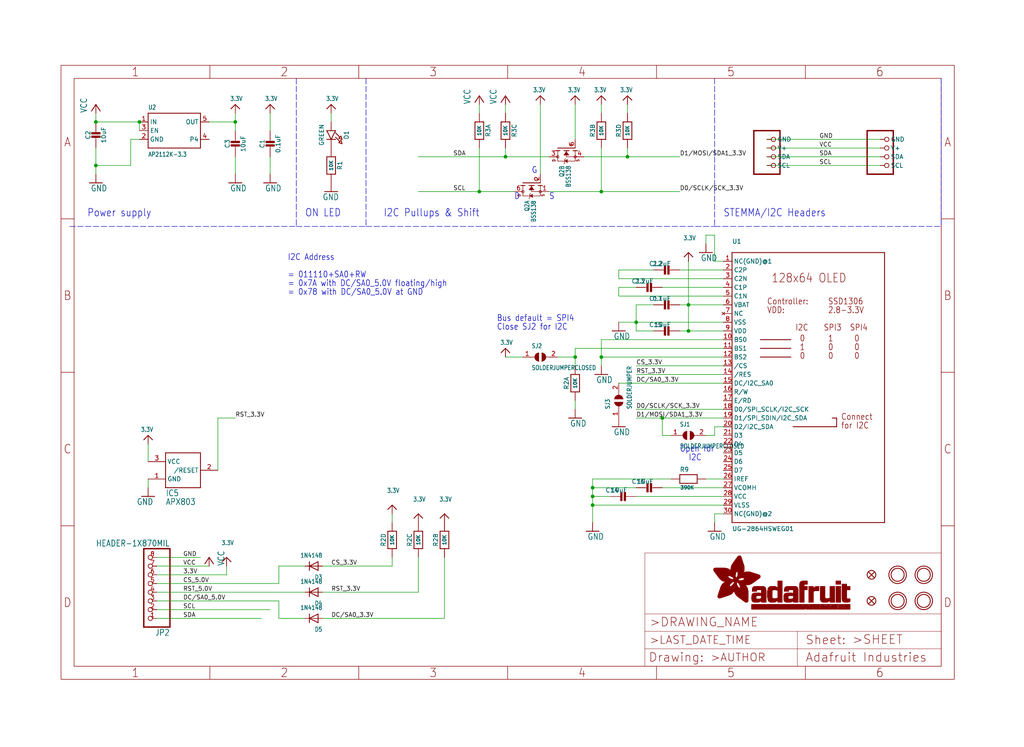
<source format=kicad_sch>
(kicad_sch (version 20211123) (generator eeschema)
  (paper "User" 298.45 217.881)
  (lib_symbols
    (symbol "eagleSchem-eagle-import:3.3V" (power)
      (property "Value" "3.3V" (at -1.524 1.016 0))
      (symbol "3.3V_1_0"
        (pin power_in line (at 0 -2.54 90) (length 2.54) (name "3.3V") (number "1"))
      )
    )
    (symbol "eagleSchem-eagle-import:AXP083-SAG"
      (property "Reference" "IC" (at -5.08 -7.62 0))
      (property "Value" "AXP083-SAG" (at -5.08 -10.16 0))
      (symbol "AXP083-SAG_1_0"
        (pin power_in line (at -10.16 -2.54 0) (length 5.08) (name "GND") (number "1"))
        (pin output line (at 10.16 0 180) (length 5.08) (name "/RESET") (number "2"))
        (pin power_in line (at -10.16 2.54 0) (length 5.08) (name "VCC") (number "3"))
      )
    )
    (symbol "eagleSchem-eagle-import:CAP_CERAMIC0603_NO"
      (property "Reference" "C" (at -2.29 1.25 90))
      (property "Value" "CAP_CERAMIC0603_NO" (at 2.3 1.25 90))
      (symbol "CAP_CERAMIC0603_NO_1_0"
        (pin passive line (at 0 5.08 270) (length 2.54) (name "1") (number "1"))
        (pin passive line (at 0 -2.54 90) (length 2.54) (name "2") (number "2"))
      )
    )
    (symbol "eagleSchem-eagle-import:CAP_CERAMIC0805-NOOUTLINE"
      (property "Reference" "C" (at -2.29 1.25 90))
      (property "Value" "CAP_CERAMIC0805-NOOUTLINE" (at 2.3 1.25 90))
      (symbol "CAP_CERAMIC0805-NOOUTLINE_1_0"
        (pin passive line (at 0 5.08 270) (length 2.54) (name "1") (number "1"))
        (pin passive line (at 0 -2.54 90) (length 2.54) (name "2") (number "2"))
      )
    )
    (symbol "eagleSchem-eagle-import:DIODESOD-323"
      (property "Reference" "D" (at 0 2.54 0))
      (property "Value" "DIODESOD-323" (at 0 -2.5 0))
      (symbol "DIODESOD-323_1_0"
        (pin passive line (at -2.54 0 0) (length 2.54) (name "A") (number "A"))
        (pin passive line (at 2.54 0 180) (length 2.54) (name "C") (number "C"))
      )
    )
    (symbol "eagleSchem-eagle-import:DISP_OLED_UG-2864HSWEG010.96{dblquote}"
      (property "Reference" "U" (at -22.86 40.64 0))
      (property "Value" "DISP_OLED_UG-2864HSWEG010.96{dblquote}" (at -22.86 -43.18 0))
      (symbol "DISP_OLED_UG-2864HSWEG010.96{dblquote}_1_0"
        (text "0" (at -3.175 6.985 0) (effects (font (size 1.778 1.5113)) (justify left bottom)))
        (text "0" (at -3.175 12.065 0) (effects (font (size 1.778 1.5113)) (justify left bottom)))
        (text "0" (at 5.08 6.985 0) (effects (font (size 1.778 1.5113)) (justify left bottom)))
        (text "0" (at 5.08 9.525 0) (effects (font (size 1.778 1.5113)) (justify left bottom)))
        (text "0" (at 12.7 6.985 0) (effects (font (size 1.778 1.5113)) (justify left bottom)))
        (text "0" (at 12.7 9.525 0) (effects (font (size 1.778 1.5113)) (justify left bottom)))
        (text "0" (at 12.7 12.065 0) (effects (font (size 1.778 1.5113)) (justify left bottom)))
        (text "1" (at -3.175 9.525 0) (effects (font (size 1.778 1.5113)) (justify left bottom)))
        (text "1" (at 5.08 12.065 0) (effects (font (size 1.778 1.5113)) (justify left bottom)))
        (text "128x64 OLED" (at -11.43 29.21 0) (effects (font (size 2.54 2.159)) (justify left bottom)))
        (text "2.8-3.3V" (at 5.08 20.32 0) (effects (font (size 1.778 1.5113)) (justify left bottom)))
        (text "Connect" (at 8.89 -10.795 0) (effects (font (size 1.778 1.5113)) (justify left bottom)))
        (text "Controller:" (at -12.7 22.86 0) (effects (font (size 1.778 1.5113)) (justify left bottom)))
        (text "for I2C" (at 8.89 -13.335 0) (effects (font (size 1.778 1.5113)) (justify left bottom)))
        (text "I2C" (at -4.445 15.24 0) (effects (font (size 1.778 1.5113)) (justify left bottom)))
        (text "SPI3" (at 3.81 15.24 0) (effects (font (size 1.778 1.5113)) (justify left bottom)))
        (text "SPI4" (at 11.43 15.24 0) (effects (font (size 1.778 1.5113)) (justify left bottom)))
        (text "SSD1306" (at 5.08 22.86 0) (effects (font (size 1.778 1.5113)) (justify left bottom)))
        (text "VDD:" (at -12.7 20.32 0) (effects (font (size 1.778 1.5113)) (justify left bottom)))
        (pin input line (at -25.4 35.56 0) (length 2.54) (name "NC(GND)@1") (number "1"))
        (pin input line (at -25.4 12.7 0) (length 2.54) (name "BS0") (number "10"))
        (pin input line (at -25.4 10.16 0) (length 2.54) (name "BS1") (number "11"))
        (pin input line (at -25.4 7.62 0) (length 2.54) (name "BS2") (number "12"))
        (pin input line (at -25.4 5.08 0) (length 2.54) (name "/CS") (number "13"))
        (pin input line (at -25.4 2.54 0) (length 2.54) (name "/RES") (number "14"))
        (pin input line (at -25.4 0 0) (length 2.54) (name "DC/I2C_SA0") (number "15"))
        (pin input line (at -25.4 -2.54 0) (length 2.54) (name "R/W") (number "16"))
        (pin input line (at -25.4 -5.08 0) (length 2.54) (name "E/RD") (number "17"))
        (pin bidirectional line (at -25.4 -7.62 0) (length 2.54) (name "D0/SPI_SCLK/I2C_SCK") (number "18"))
        (pin bidirectional line (at -25.4 -10.16 0) (length 2.54) (name "D1/SPI_SDIN/I2C_SDA") (number "19"))
        (pin input line (at -25.4 33.02 0) (length 2.54) (name "C2P") (number "2"))
        (pin bidirectional line (at -25.4 -12.7 0) (length 2.54) (name "D2/I2C_SDA") (number "20"))
        (pin bidirectional line (at -25.4 -15.24 0) (length 2.54) (name "D3") (number "21"))
        (pin bidirectional line (at -25.4 -17.78 0) (length 2.54) (name "D4") (number "22"))
        (pin bidirectional line (at -25.4 -20.32 0) (length 2.54) (name "D5") (number "23"))
        (pin bidirectional line (at -25.4 -22.86 0) (length 2.54) (name "D6") (number "24"))
        (pin bidirectional line (at -25.4 -25.4 0) (length 2.54) (name "D7") (number "25"))
        (pin input line (at -25.4 -27.94 0) (length 2.54) (name "IREF") (number "26"))
        (pin output line (at -25.4 -30.48 0) (length 2.54) (name "VCOMH") (number "27"))
        (pin power_in line (at -25.4 -33.02 0) (length 2.54) (name "VCC") (number "28"))
        (pin power_in line (at -25.4 -35.56 0) (length 2.54) (name "VLSS") (number "29"))
        (pin input line (at -25.4 30.48 0) (length 2.54) (name "C2N") (number "3"))
        (pin input line (at -25.4 -38.1 0) (length 2.54) (name "NC(GND)@2") (number "30"))
        (pin input line (at -25.4 27.94 0) (length 2.54) (name "C1P") (number "4"))
        (pin input line (at -25.4 25.4 0) (length 2.54) (name "C1N") (number "5"))
        (pin input line (at -25.4 22.86 0) (length 2.54) (name "VBAT") (number "6"))
        (pin no_connect line (at -25.4 20.32 0) (length 2.54) (name "NC") (number "7"))
        (pin power_in line (at -25.4 17.78 0) (length 2.54) (name "VSS") (number "8"))
        (pin power_in line (at -25.4 15.24 0) (length 2.54) (name "VDD") (number "9"))
      )
    )
    (symbol "eagleSchem-eagle-import:FIDUCIAL_1MM")
    (symbol "eagleSchem-eagle-import:FRAME_A4_ADAFRUIT"
      (symbol "FRAME_A4_ADAFRUIT_1_0"
        (text "1" (at 21.6958 1.905 0) (effects (font (size 2.54 2.286))))
        (text "1" (at 21.6958 177.165 0) (effects (font (size 2.54 2.286))))
        (text "2" (at 65.0875 1.905 0) (effects (font (size 2.54 2.286))))
        (text "2" (at 65.0875 177.165 0) (effects (font (size 2.54 2.286))))
        (text "3" (at 108.4792 1.905 0) (effects (font (size 2.54 2.286))))
        (text "3" (at 108.4792 177.165 0) (effects (font (size 2.54 2.286))))
        (text "4" (at 151.8708 1.905 0) (effects (font (size 2.54 2.286))))
        (text "4" (at 151.8708 177.165 0) (effects (font (size 2.54 2.286))))
        (text "5" (at 195.2625 1.905 0) (effects (font (size 2.54 2.286))))
        (text "5" (at 195.2625 177.165 0) (effects (font (size 2.54 2.286))))
        (text "6" (at 238.6542 1.905 0) (effects (font (size 2.54 2.286))))
        (text "6" (at 238.6542 177.165 0) (effects (font (size 2.54 2.286))))
        (text ">AUTHOR" (at 189.23 5.08 0) (effects (font (size 2.286 2.286)) (justify left bottom)))
        (text ">DRAWING_NAME" (at 171.45 15.24 0) (effects (font (size 2.54 2.54)) (justify left bottom)))
        (text ">LAST_DATE_TIME" (at 171.45 10.16 0) (effects (font (size 2.286 2.286)) (justify left bottom)))
        (text ">SHEET" (at 230.505 10.16 0) (effects (font (size 2.54 2.54)) (justify left bottom)))
        (text "A" (at 1.905 156.6863 0) (effects (font (size 2.54 2.286))))
        (text "A" (at 258.445 156.6863 0) (effects (font (size 2.54 2.286))))
        (text "Adafruit Industries" (at 216.916 4.953 0) (effects (font (size 2.54 2.54)) (justify left bottom)))
        (text "B" (at 1.905 111.9188 0) (effects (font (size 2.54 2.286))))
        (text "B" (at 258.445 111.9188 0) (effects (font (size 2.54 2.286))))
        (text "C" (at 1.905 67.1513 0) (effects (font (size 2.54 2.286))))
        (text "C" (at 258.445 67.1513 0) (effects (font (size 2.54 2.286))))
        (text "D" (at 1.905 22.3838 0) (effects (font (size 2.54 2.286))))
        (text "D" (at 258.445 22.3838 0) (effects (font (size 2.54 2.286))))
        (text "Drawing:" (at 171.196 4.953 0) (effects (font (size 2.54 2.54)) (justify left bottom)))
        (text "Sheet:" (at 216.916 10.033 0) (effects (font (size 2.54 2.54)) (justify left bottom)))
      )
    )
    (symbol "eagleSchem-eagle-import:GND" (power)
      (property "Value" "GND" (at -2.54 -2.54 0))
      (symbol "GND_1_0"
        (pin power_in line (at 0 2.54 270) (length 2.54) (name "GND") (number "1"))
      )
    )
    (symbol "eagleSchem-eagle-import:HEADER-1X870MIL"
      (property "Reference" "JP" (at -6.35 13.335 0))
      (property "Value" "HEADER-1X870MIL" (at -6.35 -12.7 0))
      (symbol "HEADER-1X870MIL_1_0"
        (pin passive inverted (at -2.54 10.16 0) (length 2.54) (name "1") (number "1"))
        (pin passive inverted (at -2.54 7.62 0) (length 2.54) (name "2") (number "2"))
        (pin passive inverted (at -2.54 5.08 0) (length 2.54) (name "3") (number "3"))
        (pin passive inverted (at -2.54 2.54 0) (length 2.54) (name "4") (number "4"))
        (pin passive inverted (at -2.54 0 0) (length 2.54) (name "5") (number "5"))
        (pin passive inverted (at -2.54 -2.54 0) (length 2.54) (name "6") (number "6"))
        (pin passive inverted (at -2.54 -5.08 0) (length 2.54) (name "7") (number "7"))
        (pin passive inverted (at -2.54 -7.62 0) (length 2.54) (name "8") (number "8"))
      )
    )
    (symbol "eagleSchem-eagle-import:LED0603_NOOUTLINE"
      (property "Reference" "D" (at -1.27 4.445 0))
      (property "Value" "LED0603_NOOUTLINE" (at -1.27 -2.794 0))
      (symbol "LED0603_NOOUTLINE_1_0"
        (pin passive line (at -5.08 0 0) (length 2.54) (name "A") (number "A"))
        (pin passive line (at 2.54 0 180) (length 2.54) (name "C") (number "C"))
      )
    )
    (symbol "eagleSchem-eagle-import:MOSFET-N_DUAL"
      (property "Reference" "Q" (at 5.08 0.635 0))
      (property "Value" "MOSFET-N_DUAL" (at 5.08 -1.27 0))
      (symbol "MOSFET-N_DUAL_1_0"
        (text "D" (at 3.175 3.175 0) (effects (font (size 0.8128 0.6908)) (justify left bottom)))
        (text "G" (at -1.27 -1.905 0) (effects (font (size 0.8128 0.6908)) (justify left bottom)))
        (text "S" (at 3.175 -3.81 0) (effects (font (size 0.8128 0.6908)) (justify left bottom)))
        (pin bidirectional line (at 2.54 -5.08 90) (length 2.54) (name "S") (number "1"))
        (pin bidirectional line (at -2.54 -2.54 0) (length 2.54) (name "G") (number "2"))
        (pin bidirectional line (at 2.54 5.08 270) (length 2.54) (name "D") (number "6"))
      )
      (symbol "MOSFET-N_DUAL_2_0"
        (text "D" (at 3.175 3.175 0) (effects (font (size 0.8128 0.6908)) (justify left bottom)))
        (text "G" (at -1.27 -1.905 0) (effects (font (size 0.8128 0.6908)) (justify left bottom)))
        (text "S" (at 3.175 -3.81 0) (effects (font (size 0.8128 0.6908)) (justify left bottom)))
        (pin bidirectional line (at 2.54 5.08 270) (length 2.54) (name "D") (number "3"))
        (pin bidirectional line (at 2.54 -5.08 90) (length 2.54) (name "S") (number "4"))
        (pin bidirectional line (at -2.54 -2.54 0) (length 2.54) (name "G") (number "5"))
      )
    )
    (symbol "eagleSchem-eagle-import:MOUNTINGHOLE2.5")
    (symbol "eagleSchem-eagle-import:RESISTOR_0603_NOOUT"
      (property "Reference" "R" (at 0 2.54 0))
      (property "Value" "RESISTOR_0603_NOOUT" (at 0 0 0))
      (symbol "RESISTOR_0603_NOOUT_1_0"
        (pin passive line (at -5.08 0 0) (length 2.54) (name "1") (number "1"))
        (pin passive line (at 5.08 0 180) (length 2.54) (name "2") (number "2"))
      )
    )
    (symbol "eagleSchem-eagle-import:RESISTOR_4PACK"
      (property "Reference" "R" (at 0 2.54 0))
      (property "Value" "RESISTOR_4PACK" (at 0 0 0))
      (symbol "RESISTOR_4PACK_1_0"
        (pin passive line (at -5.08 0 0) (length 2.54) (name "1") (number "1"))
        (pin passive line (at 5.08 0 180) (length 2.54) (name "2") (number "8"))
      )
      (symbol "RESISTOR_4PACK_2_0"
        (pin passive line (at -5.08 0 0) (length 2.54) (name "1") (number "2"))
        (pin passive line (at 5.08 0 180) (length 2.54) (name "2") (number "7"))
      )
      (symbol "RESISTOR_4PACK_3_0"
        (pin passive line (at -5.08 0 0) (length 2.54) (name "1") (number "3"))
        (pin passive line (at 5.08 0 180) (length 2.54) (name "2") (number "6"))
      )
      (symbol "RESISTOR_4PACK_4_0"
        (pin passive line (at -5.08 0 0) (length 2.54) (name "1") (number "4"))
        (pin passive line (at 5.08 0 180) (length 2.54) (name "2") (number "5"))
      )
    )
    (symbol "eagleSchem-eagle-import:SOLDERJUMPER"
      (property "Reference" "SJ" (at -2.54 2.54 0))
      (property "Value" "SOLDERJUMPER" (at -2.54 -3.81 0))
      (symbol "SOLDERJUMPER_1_0"
        (pin passive line (at -5.08 0 0) (length 2.54) (name "1") (number "1"))
        (pin passive line (at 5.08 0 180) (length 2.54) (name "2") (number "2"))
      )
    )
    (symbol "eagleSchem-eagle-import:SOLDERJUMPERCLOSED"
      (property "Reference" "SJ" (at -2.54 2.54 0))
      (property "Value" "SOLDERJUMPERCLOSED" (at -2.54 -3.81 0))
      (symbol "SOLDERJUMPERCLOSED_1_0"
        (pin passive line (at -5.08 0 0) (length 2.54) (name "1") (number "1"))
        (pin passive line (at 5.08 0 180) (length 2.54) (name "2") (number "2"))
      )
    )
    (symbol "eagleSchem-eagle-import:STEMMA_I2C_QT"
      (symbol "STEMMA_I2C_QT_1_0"
        (pin passive inverted (at 0 5.08 0) (length 2.54) (name "GND") (number "1"))
        (pin passive inverted (at 0 2.54 0) (length 2.54) (name "V+") (number "2"))
        (pin passive inverted (at 0 0 0) (length 2.54) (name "SDA") (number "3"))
        (pin passive inverted (at 0 -2.54 0) (length 2.54) (name "SCL") (number "4"))
      )
      (symbol "STEMMA_I2C_QT_2_0"
        (pin bidirectional line (at 0 0 0) (length 5.08) (name "MT") (number "MT1"))
      )
      (symbol "STEMMA_I2C_QT_3_0"
        (pin bidirectional line (at 0 0 0) (length 5.08) (name "MT") (number "MT2"))
      )
    )
    (symbol "eagleSchem-eagle-import:VCC" (power)
      (property "Value" "VCC" (at -2.54 -2.54 90))
      (symbol "VCC_1_0"
        (pin power_in line (at 0 -2.54 90) (length 2.54) (name "VCC") (number "1"))
      )
    )
    (symbol "eagleSchem-eagle-import:VREG_SOT23-5"
      (property "Reference" "U" (at -7.62 6.096 0))
      (property "Value" "VREG_SOT23-5" (at -7.62 -7.62 0))
      (symbol "VREG_SOT23-5_1_0"
        (pin power_in line (at -10.16 2.54 0) (length 2.54) (name "IN") (number "1"))
        (pin power_in line (at -10.16 -2.54 0) (length 2.54) (name "GND") (number "2"))
        (pin input line (at -10.16 0 0) (length 2.54) (name "EN") (number "3"))
        (pin bidirectional line (at 10.16 -2.54 180) (length 2.54) (name "P4") (number "4"))
        (pin power_in line (at 10.16 2.54 180) (length 2.54) (name "OUT") (number "5"))
      )
    )
  )
  (junction (at 175.26 104.14))
  (junction (at 185.42 93.98))
  (junction (at 139.7 55.88))
  (junction (at 40.64 35.56))
  (junction (at 182.88 45.72))
  (junction (at 27.94 35.56))
  (junction (at 172.72 147.32))
  (junction (at 68.58 35.56))
  (junction (at 172.72 142.24))
  (junction (at 200.66 96.52))
  (junction (at 172.72 144.78))
  (junction (at 193.04 121.92))
  (junction (at 27.94 48.26))
  (junction (at 147.32 45.72))
  (junction (at 175.26 55.88))
  (junction (at 167.64 104.14))
  (junction (at 200.66 88.9))
  (wire (pts (xy 256.54 40.64) (xy 223.52 40.64)))
  (wire (pts (xy 185.42 93.98) (xy 180.34 93.98)))
  (wire (pts (xy 139.7 30.48) (xy 139.7 33.02)))
  (wire (pts (xy 180.34 83.82) (xy 180.34 86.36)))
  (wire (pts (xy 205.74 68.58) (xy 205.74 71.12)))
  (wire (pts (xy 147.32 43.18) (xy 147.32 45.72)))
  (wire (pts (xy 78.74 45.72) (xy 78.74 50.8)))
  (polyline (pts (xy 208.28 66.04) (xy 274.32 66.04)))
  (wire (pts (xy 68.58 45.72) (xy 68.58 50.8)))
  (wire (pts (xy 190.5 96.52) (xy 185.42 96.52)))
  (wire (pts (xy 167.64 101.6) (xy 167.64 104.14)))
  (wire (pts (xy 93.98 172.72) (xy 121.92 172.72)))
  (wire (pts (xy 27.94 48.26) (xy 27.94 50.8)))
  (wire (pts (xy 27.94 48.26) (xy 27.94 43.18)))
  (wire (pts (xy 66.04 167.64) (xy 66.04 165.1)))
  (wire (pts (xy 210.82 139.7) (xy 205.74 139.7)))
  (wire (pts (xy 200.66 76.2) (xy 200.66 88.9)))
  (wire (pts (xy 152.4 104.14) (xy 147.32 104.14)))
  (wire (pts (xy 172.72 142.24) (xy 172.72 139.7)))
  (wire (pts (xy 81.28 170.18) (xy 81.28 165.1)))
  (wire (pts (xy 200.66 88.9) (xy 200.66 96.52)))
  (wire (pts (xy 210.82 99.06) (xy 175.26 99.06)))
  (wire (pts (xy 38.1 40.64) (xy 38.1 48.26)))
  (wire (pts (xy 129.54 180.34) (xy 129.54 162.56)))
  (wire (pts (xy 175.26 104.14) (xy 175.26 106.68)))
  (wire (pts (xy 172.72 147.32) (xy 172.72 144.78)))
  (wire (pts (xy 43.18 139.7) (xy 43.18 142.24)))
  (wire (pts (xy 147.32 33.02) (xy 147.32 30.48)))
  (wire (pts (xy 208.28 124.46) (xy 208.28 127)))
  (wire (pts (xy 210.82 83.82) (xy 193.04 83.82)))
  (wire (pts (xy 27.94 33.02) (xy 27.94 35.56)))
  (wire (pts (xy 185.42 96.52) (xy 185.42 93.98)))
  (wire (pts (xy 175.26 33.02) (xy 175.26 30.48)))
  (wire (pts (xy 78.74 33.02) (xy 78.74 38.1)))
  (wire (pts (xy 190.5 78.74) (xy 180.34 78.74)))
  (wire (pts (xy 200.66 96.52) (xy 198.12 96.52)))
  (wire (pts (xy 210.82 149.86) (xy 208.28 149.86)))
  (wire (pts (xy 81.28 180.34) (xy 88.9 180.34)))
  (wire (pts (xy 210.82 88.9) (xy 200.66 88.9)))
  (wire (pts (xy 114.3 149.86) (xy 114.3 152.4)))
  (wire (pts (xy 256.54 45.72) (xy 223.52 45.72)))
  (wire (pts (xy 68.58 35.56) (xy 68.58 38.1)))
  (wire (pts (xy 223.52 43.18) (xy 256.54 43.18)))
  (wire (pts (xy 210.82 121.92) (xy 193.04 121.92)))
  (wire (pts (xy 45.72 172.72) (xy 88.9 172.72)))
  (wire (pts (xy 81.28 175.26) (xy 81.28 180.34)))
  (wire (pts (xy 190.5 88.9) (xy 185.42 88.9)))
  (wire (pts (xy 147.32 45.72) (xy 121.92 45.72)))
  (wire (pts (xy 177.8 144.78) (xy 172.72 144.78)))
  (wire (pts (xy 45.72 165.1) (xy 60.96 165.1)))
  (wire (pts (xy 175.26 43.18) (xy 175.26 55.88)))
  (wire (pts (xy 81.28 165.1) (xy 88.9 165.1)))
  (wire (pts (xy 96.52 35.56) (xy 96.52 33.02)))
  (polyline (pts (xy 20.32 66.04) (xy 86.36 66.04)))
  (wire (pts (xy 172.72 144.78) (xy 172.72 142.24)))
  (wire (pts (xy 210.82 147.32) (xy 172.72 147.32)))
  (wire (pts (xy 167.64 119.38) (xy 167.64 116.84)))
  (wire (pts (xy 193.04 127) (xy 193.04 121.92)))
  (wire (pts (xy 185.42 142.24) (xy 172.72 142.24)))
  (wire (pts (xy 210.82 104.14) (xy 175.26 104.14)))
  (wire (pts (xy 40.64 38.1) (xy 40.64 35.56)))
  (wire (pts (xy 43.18 134.62) (xy 43.18 129.54)))
  (wire (pts (xy 175.26 99.06) (xy 175.26 104.14)))
  (polyline (pts (xy 106.68 22.86) (xy 106.68 66.04)))
  (wire (pts (xy 45.72 180.34) (xy 76.2 180.34)))
  (wire (pts (xy 210.82 142.24) (xy 193.04 142.24)))
  (wire (pts (xy 180.34 78.74) (xy 180.34 81.28)))
  (wire (pts (xy 40.64 35.56) (xy 27.94 35.56)))
  (wire (pts (xy 210.82 119.38) (xy 185.42 119.38)))
  (wire (pts (xy 160.02 55.88) (xy 175.26 55.88)))
  (wire (pts (xy 210.82 124.46) (xy 208.28 124.46)))
  (wire (pts (xy 210.82 78.74) (xy 198.12 78.74)))
  (wire (pts (xy 210.82 144.78) (xy 185.42 144.78)))
  (polyline (pts (xy 86.36 22.86) (xy 86.36 66.04)))
  (wire (pts (xy 195.58 127) (xy 193.04 127)))
  (wire (pts (xy 139.7 55.88) (xy 121.92 55.88)))
  (polyline (pts (xy 86.36 66.04) (xy 106.68 66.04)))
  (wire (pts (xy 45.72 177.8) (xy 78.74 177.8)))
  (wire (pts (xy 38.1 48.26) (xy 27.94 48.26)))
  (wire (pts (xy 208.28 149.86) (xy 208.28 152.4)))
  (wire (pts (xy 172.72 147.32) (xy 172.72 152.4)))
  (wire (pts (xy 210.82 96.52) (xy 200.66 96.52)))
  (wire (pts (xy 200.66 88.9) (xy 198.12 88.9)))
  (wire (pts (xy 210.82 93.98) (xy 185.42 93.98)))
  (wire (pts (xy 63.5 121.92) (xy 68.58 121.92)))
  (wire (pts (xy 185.42 83.82) (xy 180.34 83.82)))
  (wire (pts (xy 193.04 121.92) (xy 185.42 121.92)))
  (wire (pts (xy 210.82 109.22) (xy 185.42 109.22)))
  (wire (pts (xy 45.72 167.64) (xy 66.04 167.64)))
  (wire (pts (xy 45.72 175.26) (xy 81.28 175.26)))
  (wire (pts (xy 210.82 111.76) (xy 180.34 111.76)))
  (wire (pts (xy 160.02 45.72) (xy 147.32 45.72)))
  (wire (pts (xy 172.72 139.7) (xy 195.58 139.7)))
  (wire (pts (xy 149.86 55.88) (xy 139.7 55.88)))
  (wire (pts (xy 93.98 165.1) (xy 114.3 165.1)))
  (wire (pts (xy 185.42 88.9) (xy 185.42 93.98)))
  (wire (pts (xy 223.52 48.26) (xy 256.54 48.26)))
  (wire (pts (xy 180.34 86.36) (xy 210.82 86.36)))
  (wire (pts (xy 68.58 35.56) (xy 68.58 33.02)))
  (wire (pts (xy 114.3 165.1) (xy 114.3 162.56)))
  (wire (pts (xy 45.72 162.56) (xy 58.42 162.56)))
  (wire (pts (xy 208.28 127) (xy 205.74 127)))
  (wire (pts (xy 157.48 50.8) (xy 157.48 30.48)))
  (polyline (pts (xy 106.68 66.04) (xy 208.28 66.04)))
  (wire (pts (xy 167.64 104.14) (xy 167.64 106.68)))
  (wire (pts (xy 208.28 68.58) (xy 205.74 68.58)))
  (wire (pts (xy 180.34 81.28) (xy 210.82 81.28)))
  (wire (pts (xy 139.7 43.18) (xy 139.7 55.88)))
  (wire (pts (xy 208.28 76.2) (xy 208.28 68.58)))
  (wire (pts (xy 182.88 43.18) (xy 182.88 45.72)))
  (wire (pts (xy 210.82 106.68) (xy 185.42 106.68)))
  (wire (pts (xy 40.64 40.64) (xy 38.1 40.64)))
  (wire (pts (xy 182.88 33.02) (xy 182.88 30.48)))
  (wire (pts (xy 170.18 45.72) (xy 182.88 45.72)))
  (wire (pts (xy 167.64 40.64) (xy 167.64 30.48)))
  (wire (pts (xy 93.98 180.34) (xy 129.54 180.34)))
  (wire (pts (xy 175.26 55.88) (xy 198.12 55.88)))
  (polyline (pts (xy 208.28 22.86) (xy 208.28 66.04)))
  (wire (pts (xy 121.92 172.72) (xy 121.92 162.56)))
  (wire (pts (xy 182.88 45.72) (xy 198.12 45.72)))
  (wire (pts (xy 210.82 76.2) (xy 208.28 76.2)))
  (wire (pts (xy 63.5 137.16) (xy 63.5 121.92)))
  (wire (pts (xy 45.72 170.18) (xy 81.28 170.18)))
  (wire (pts (xy 162.56 104.14) (xy 167.64 104.14)))
  (wire (pts (xy 167.64 101.6) (xy 210.82 101.6)))
  (wire (pts (xy 60.96 35.56) (xy 68.58 35.56)))
  (polyline (pts (xy 274.32 22.86) (xy 274.32 66.04)))
  (text "= 011110+SA0+RW" (at 83.82 81.28 180) (effects (font (size 1.778 1.5113)) (justify left bottom)))
  (text "Close SJ2 for I2C" (at 144.78 96.52 180) (effects (font (size 1.778 1.5113)) (justify left bottom)))
  (text "G" (at 154.94 50.8 180) (effects (font (size 1.778 1.5113)) (justify left bottom)))
  (text "Bus default = SPI4" (at 144.78 93.98 180) (effects (font (size 1.778 1.5113)) (justify left bottom)))
  (text "I2C Pullups & Shift" (at 111.76 63.5 180) (effects (font (size 2.1844 1.8567)) (justify left bottom)))
  (text "S" (at 160.02 58.42 180) (effects (font (size 1.778 1.5113)) (justify left bottom)))
  (text "= 0x7A with DC/SA0_5.0V floating/high" (at 83.82 83.82 180) (effects (font (size 1.778 1.5113)) (justify left bottom)))
  (text "= 0x78 with DC/SA0_5.0V at GND" (at 83.82 86.36 180) (effects (font (size 1.778 1.5113)) (justify left bottom)))
  (text "STEMMA/I2C Headers" (at 210.82 63.5 180) (effects (font (size 2.1844 1.8567)) (justify left bottom)))
  (text "ON LED" (at 88.9 63.5 180) (effects (font (size 2.1844 1.8567)) (justify left bottom)))
  (text "I2C" (at 200.66 134.62 180) (effects (font (size 1.778 1.5113)) (justify left bottom)))
  (text "I2C Address" (at 83.82 76.2 180) (effects (font (size 1.778 1.5113)) (justify left bottom)))
  (text "D" (at 149.86 58.42 180) (effects (font (size 1.778 1.5113)) (justify left bottom)))
  (text "Power supply" (at 25.4 63.5 180) (effects (font (size 2.1844 1.8567)) (justify left bottom)))
  (text "Open for" (at 198.12 132.08 180) (effects (font (size 1.778 1.5113)) (justify left bottom)))
  (label "RST_3.3V" (at 185.42 109.22 0) (effects (font (size 1.2446 1.2446))))
  (label "DC/SA0_3.3V" (at 96.52 180.34 0) (effects (font (size 1.2446 1.2446))))
  (label "VCC" (at 53.34 165.1 0) (effects (font (size 1.2446 1.2446))))
  (label "RST_3.3V" (at 96.52 172.72 0) (effects (font (size 1.2446 1.2446))))
  (label "D0/SCLK/SCK_3.3V" (at 198.12 55.88 0) (effects (font (size 1.2446 1.2446))))
  (label "RST_5.0V" (at 53.34 172.72 0) (effects (font (size 1.2446 1.2446))))
  (label "CS_3.3V" (at 185.42 106.68 0) (effects (font (size 1.2446 1.2446))))
  (label "DC/SA0_3.3V" (at 185.42 111.76 0) (effects (font (size 1.2446 1.2446))))
  (label "SCL" (at 53.34 177.8 0) (effects (font (size 1.2446 1.2446))))
  (label "D1/MOSI/SDA1_3.3V" (at 198.12 45.72 0) (effects (font (size 1.2446 1.2446))))
  (label "DC/SA0_5.0V" (at 53.34 175.26 0) (effects (font (size 1.2446 1.2446))))
  (label "SDA" (at 238.76 45.72 0) (effects (font (size 1.2446 1.2446))))
  (label "SCL" (at 238.76 48.26 0) (effects (font (size 1.2446 1.2446))))
  (label "RST_3.3V" (at 68.58 121.92 0) (effects (font (size 1.2446 1.2446))))
  (label "GND" (at 238.76 40.64 0) (effects (font (size 1.2446 1.2446))))
  (label "D0/SCLK/SCK_3.3V" (at 185.42 119.38 0) (effects (font (size 1.2446 1.2446))))
  (label "SDA" (at 53.34 180.34 0) (effects (font (size 1.2446 1.2446))))
  (label "CS_5.0V" (at 53.34 170.18 0) (effects (font (size 1.2446 1.2446))))
  (label "SDA" (at 132.08 45.72 0) (effects (font (size 1.2446 1.2446))))
  (label "SCL" (at 132.08 55.88 0) (effects (font (size 1.2446 1.2446))))
  (label "VCC" (at 238.76 43.18 0) (effects (font (size 1.2446 1.2446))))
  (label "CS_3.3V" (at 96.52 165.1 0) (effects (font (size 1.2446 1.2446))))
  (label "GND" (at 53.34 162.56 0) (effects (font (size 1.2446 1.2446))))
  (label "3.3V" (at 53.34 167.64 0) (effects (font (size 1.2446 1.2446))))
  (label "D1/MOSI/SDA1_3.3V" (at 185.42 121.92 0) (effects (font (size 1.2446 1.2446))))
  (symbol (lib_id "eagleSchem-eagle-import:MOUNTINGHOLE2.5") (at 269.24 167.64 0) (unit 1)
    (property "Reference" "U$19" (effects hide))
    (property "Value" "MOUNTINGHOLE2.5" (effects hide))
    (property "Footprint" "eagleSchem:MOUNTINGHOLE_2.5_PLATED" (effects hide))
  )
  (symbol (lib_id "eagleSchem-eagle-import:RESISTOR_4PACK") (at 121.92 157.48 90) (unit 3)
    (property "Reference" "R2" (at 119.38 157.48 0))
    (property "Value" "10K" (at 121.92 157.48 0) (effects (font (size 1.016 1.016) bold)))
    (property "Footprint" "eagleSchem:RESPACK_4X0603" (effects hide))
  )
  (symbol (lib_id "eagleSchem-eagle-import:MOSFET-N_DUAL") (at 154.94 53.34 90) (mirror x) (unit 1)
    (property "Reference" "Q2" (at 154.305 58.42 0) (effects (font (size 1.27 1.0795)) (justify left bottom)))
    (property "Value" "BSS138" (at 156.21 58.42 0) (effects (font (size 1.27 1.0795)) (justify left bottom)))
    (property "Footprint" "eagleSchem:SOT363" (effects hide))
  )
  (symbol (lib_id "eagleSchem-eagle-import:3.3V") (at 200.66 73.66 0) (unit 1)
    (property "Reference" "#U$46" (effects hide))
    (property "Value" "3.3V" (at 199.136 70.104 0) (effects (font (size 1.27 1.0795)) (justify left bottom)))
    (property "Footprint" "eagleSchem:" (effects hide))
  )
  (symbol (lib_id "eagleSchem-eagle-import:VCC") (at 147.32 27.94 0) (unit 1)
    (property "Reference" "#P+2" (effects hide))
    (property "Value" "VCC" (at 144.78 30.48 90) (effects (font (size 1.778 1.5113)) (justify left bottom)))
    (property "Footprint" "eagleSchem:" (effects hide))
  )
  (symbol (lib_id "eagleSchem-eagle-import:FIDUCIAL_1MM") (at 254 167.64 0) (unit 1)
    (property "Reference" "FID4" (effects hide))
    (property "Value" "FIDUCIAL_1MM" (effects hide))
    (property "Footprint" "eagleSchem:FIDUCIAL_1MM" (effects hide))
  )
  (symbol (lib_id "eagleSchem-eagle-import:CAP_CERAMIC0603_NO") (at 78.74 43.18 0) (unit 1)
    (property "Reference" "C1" (at 76.45 41.93 90))
    (property "Value" "0.1uF" (at 81.04 41.93 90))
    (property "Footprint" "eagleSchem:0603-NO" (effects hide))
  )
  (symbol (lib_id "eagleSchem-eagle-import:3.3V") (at 147.32 101.6 0) (unit 1)
    (property "Reference" "#U$30" (effects hide))
    (property "Value" "3.3V" (at 145.796 100.584 0) (effects (font (size 1.27 1.0795)) (justify left bottom)))
    (property "Footprint" "eagleSchem:" (effects hide))
  )
  (symbol (lib_id "eagleSchem-eagle-import:RESISTOR_4PACK") (at 147.32 38.1 270) (unit 3)
    (property "Reference" "R3" (at 149.86 38.1 0))
    (property "Value" "10K" (at 147.32 38.1 0) (effects (font (size 1.016 1.016) bold)))
    (property "Footprint" "eagleSchem:RESPACK_4X0603" (effects hide))
  )
  (symbol (lib_id "eagleSchem-eagle-import:RESISTOR_0603_NOOUT") (at 96.52 48.26 270) (unit 1)
    (property "Reference" "R1" (at 99.06 48.26 0))
    (property "Value" "10K" (at 96.52 48.26 0) (effects (font (size 1.016 1.016) bold)))
    (property "Footprint" "eagleSchem:0603-NO" (effects hide))
  )
  (symbol (lib_id "eagleSchem-eagle-import:DIODESOD-323") (at 91.44 180.34 180) (unit 1)
    (property "Reference" "D5" (at 93.98 182.88 0) (effects (font (size 1.27 1.0795)) (justify left bottom)))
    (property "Value" "1N4148" (at 93.98 176.53 0) (effects (font (size 1.27 1.0795)) (justify left bottom)))
    (property "Footprint" "eagleSchem:SOD-323" (effects hide))
  )
  (symbol (lib_id "eagleSchem-eagle-import:GND") (at 180.34 96.52 0) (unit 1)
    (property "Reference" "#U$44" (effects hide))
    (property "Value" "GND" (at 178.816 99.06 0) (effects (font (size 1.778 1.5113)) (justify left bottom)))
    (property "Footprint" "eagleSchem:" (effects hide))
  )
  (symbol (lib_id "eagleSchem-eagle-import:GND") (at 78.74 53.34 0) (unit 1)
    (property "Reference" "#U$6" (effects hide))
    (property "Value" "GND" (at 77.216 55.88 0) (effects (font (size 1.778 1.5113)) (justify left bottom)))
    (property "Footprint" "eagleSchem:" (effects hide))
  )
  (symbol (lib_id "eagleSchem-eagle-import:GND") (at 27.94 53.34 0) (unit 1)
    (property "Reference" "#U$13" (effects hide))
    (property "Value" "GND" (at 26.416 55.88 0) (effects (font (size 1.778 1.5113)) (justify left bottom)))
    (property "Footprint" "eagleSchem:" (effects hide))
  )
  (symbol (lib_id "eagleSchem-eagle-import:CAP_CERAMIC0805-NOOUTLINE") (at 27.94 40.64 0) (unit 1)
    (property "Reference" "C2" (at 25.65 39.39 90))
    (property "Value" "10uF" (at 30.24 39.39 90))
    (property "Footprint" "eagleSchem:0805-NO" (effects hide))
  )
  (symbol (lib_id "eagleSchem-eagle-import:CAP_CERAMIC0603_NO") (at 195.58 88.9 90) (unit 1)
    (property "Reference" "C17" (at 193.04 86.36 90) (effects (justify left bottom)))
    (property "Value" "0.1uF" (at 195.58 86.36 90) (effects (justify left bottom)))
    (property "Footprint" "eagleSchem:0603-NO" (effects hide))
  )
  (symbol (lib_id "eagleSchem-eagle-import:VCC") (at 139.7 27.94 0) (unit 1)
    (property "Reference" "#P+1" (effects hide))
    (property "Value" "VCC" (at 137.16 30.48 90) (effects (font (size 1.778 1.5113)) (justify left bottom)))
    (property "Footprint" "eagleSchem:" (effects hide))
  )
  (symbol (lib_id "eagleSchem-eagle-import:3.3V") (at 114.3 147.32 0) (unit 1)
    (property "Reference" "#U$37" (effects hide))
    (property "Value" "3.3V" (at 112.776 143.764 0) (effects (font (size 1.27 1.0795)) (justify left bottom)))
    (property "Footprint" "eagleSchem:" (effects hide))
  )
  (symbol (lib_id "eagleSchem-eagle-import:SOLDERJUMPER") (at 180.34 116.84 90) (unit 1)
    (property "Reference" "SJ3" (at 177.8 119.38 0) (effects (font (size 1.27 1.0795)) (justify left bottom)))
    (property "Value" "SOLDERJUMPER" (at 184.15 119.38 0) (effects (font (size 1.27 1.0795)) (justify left bottom)))
    (property "Footprint" "eagleSchem:SOLDERJUMPER_ARROW_NOPASTE" (effects hide))
  )
  (symbol (lib_id "eagleSchem-eagle-import:MOUNTINGHOLE2.5") (at 261.62 175.26 0) (unit 1)
    (property "Reference" "U$1" (effects hide))
    (property "Value" "MOUNTINGHOLE2.5" (effects hide))
    (property "Footprint" "eagleSchem:MOUNTINGHOLE_2.5_PLATED" (effects hide))
  )
  (symbol (lib_id "eagleSchem-eagle-import:FIDUCIAL_1MM") (at 254 175.26 0) (unit 1)
    (property "Reference" "FID3" (effects hide))
    (property "Value" "FIDUCIAL_1MM" (effects hide))
    (property "Footprint" "eagleSchem:FIDUCIAL_1MM" (effects hide))
  )
  (symbol (lib_id "eagleSchem-eagle-import:3.3V") (at 157.48 27.94 0) (mirror y) (unit 1)
    (property "Reference" "#U$26" (effects hide))
    (property "Value" "3.3V" (at 159.004 26.924 0) (effects (font (size 1.27 1.0795)) (justify left bottom)))
    (property "Footprint" "eagleSchem:" (effects hide))
  )
  (symbol (lib_id "eagleSchem-eagle-import:STEMMA_I2C_QT") (at 223.52 45.72 0) (unit 1)
    (property "Reference" "CONN1" (effects hide))
    (property "Value" "STEMMA_I2C_QT" (effects hide))
    (property "Footprint" "eagleSchem:JST_SH4" (effects hide))
  )
  (symbol (lib_id "eagleSchem-eagle-import:MOSFET-N_DUAL") (at 165.1 43.18 90) (mirror x) (unit 2)
    (property "Reference" "Q2" (at 164.465 48.26 0) (effects (font (size 1.27 1.0795)) (justify left bottom)))
    (property "Value" "BSS138" (at 166.37 48.26 0) (effects (font (size 1.27 1.0795)) (justify left bottom)))
    (property "Footprint" "eagleSchem:SOT363" (effects hide))
  )
  (symbol (lib_id "eagleSchem-eagle-import:RESISTOR_4PACK") (at 129.54 157.48 90) (unit 2)
    (property "Reference" "R2" (at 127 157.48 0))
    (property "Value" "10K" (at 129.54 157.48 0) (effects (font (size 1.016 1.016) bold)))
    (property "Footprint" "eagleSchem:RESPACK_4X0603" (effects hide))
  )
  (symbol (lib_id "eagleSchem-eagle-import:3.3V") (at 66.04 162.56 0) (unit 1)
    (property "Reference" "#U$36" (effects hide))
    (property "Value" "3.3V" (at 64.516 159.004 0) (effects (font (size 1.27 1.0795)) (justify left bottom)))
    (property "Footprint" "eagleSchem:" (effects hide))
  )
  (symbol (lib_id "eagleSchem-eagle-import:CAP_CERAMIC0805-NOOUTLINE") (at 182.88 144.78 90) (unit 1)
    (property "Reference" "C14" (at 180.34 142.24 90) (effects (justify left bottom)))
    (property "Value" "10uF" (at 182.88 142.24 90) (effects (justify left bottom)))
    (property "Footprint" "eagleSchem:0805-NO" (effects hide))
  )
  (symbol (lib_id "eagleSchem-eagle-import:GND") (at 167.64 121.92 0) (unit 1)
    (property "Reference" "#U$27" (effects hide))
    (property "Value" "GND" (at 166.116 124.46 0) (effects (font (size 1.778 1.5113)) (justify left bottom)))
    (property "Footprint" "eagleSchem:" (effects hide))
  )
  (symbol (lib_id "eagleSchem-eagle-import:3.3V") (at 121.92 149.86 0) (unit 1)
    (property "Reference" "#U$38" (effects hide))
    (property "Value" "3.3V" (at 120.396 146.304 0) (effects (font (size 1.27 1.0795)) (justify left bottom)))
    (property "Footprint" "eagleSchem:" (effects hide))
  )
  (symbol (lib_id "eagleSchem-eagle-import:GND") (at 68.58 53.34 0) (unit 1)
    (property "Reference" "#U$5" (effects hide))
    (property "Value" "GND" (at 67.056 55.88 0) (effects (font (size 1.778 1.5113)) (justify left bottom)))
    (property "Footprint" "eagleSchem:" (effects hide))
  )
  (symbol (lib_id "eagleSchem-eagle-import:CAP_CERAMIC0805-NOOUTLINE") (at 190.5 83.82 90) (unit 1)
    (property "Reference" "C13" (at 187.96 81.28 90) (effects (justify left bottom)))
    (property "Value" "2.2uF" (at 190.5 81.28 90) (effects (justify left bottom)))
    (property "Footprint" "eagleSchem:0805-NO" (effects hide))
  )
  (symbol (lib_id "eagleSchem-eagle-import:GND") (at 208.28 154.94 0) (unit 1)
    (property "Reference" "#U$43" (effects hide))
    (property "Value" "GND" (at 206.756 157.48 0) (effects (font (size 1.778 1.5113)) (justify left bottom)))
    (property "Footprint" "eagleSchem:" (effects hide))
  )
  (symbol (lib_id "eagleSchem-eagle-import:RESISTOR_4PACK") (at 139.7 38.1 270) (unit 1)
    (property "Reference" "R3" (at 142.24 38.1 0))
    (property "Value" "10K" (at 139.7 38.1 0) (effects (font (size 1.016 1.016) bold)))
    (property "Footprint" "eagleSchem:RESPACK_4X0603" (effects hide))
  )
  (symbol (lib_id "eagleSchem-eagle-import:GND") (at 43.18 144.78 0) (mirror y) (unit 1)
    (property "Reference" "#U$2" (effects hide))
    (property "Value" "GND" (at 44.704 147.32 0) (effects (font (size 1.778 1.5113)) (justify left bottom)))
    (property "Footprint" "eagleSchem:" (effects hide))
  )
  (symbol (lib_id "eagleSchem-eagle-import:DIODESOD-323") (at 91.44 165.1 180) (unit 1)
    (property "Reference" "D3" (at 93.98 167.64 0) (effects (font (size 1.27 1.0795)) (justify left bottom)))
    (property "Value" "1N4148" (at 93.98 161.29 0) (effects (font (size 1.27 1.0795)) (justify left bottom)))
    (property "Footprint" "eagleSchem:SOD-323" (effects hide))
  )
  (symbol (lib_id "eagleSchem-eagle-import:CAP_CERAMIC0805-NOOUTLINE") (at 195.58 96.52 90) (unit 1)
    (property "Reference" "C15" (at 193.04 93.98 90) (effects (justify left bottom)))
    (property "Value" "10uF" (at 195.58 93.98 90) (effects (justify left bottom)))
    (property "Footprint" "eagleSchem:0805-NO" (effects hide))
  )
  (symbol (lib_id "eagleSchem-eagle-import:3.3V") (at 43.18 127 0) (mirror y) (unit 1)
    (property "Reference" "#U$11" (effects hide))
    (property "Value" "3.3V" (at 44.704 125.984 0) (effects (font (size 1.27 1.0795)) (justify left bottom)))
    (property "Footprint" "eagleSchem:" (effects hide))
  )
  (symbol (lib_id "eagleSchem-eagle-import:RESISTOR_4PACK") (at 182.88 38.1 90) (mirror x) (unit 4)
    (property "Reference" "R3" (at 180.34 38.1 0))
    (property "Value" "10K" (at 182.88 38.1 0) (effects (font (size 1.016 1.016) bold)))
    (property "Footprint" "eagleSchem:RESPACK_4X0603" (effects hide))
  )
  (symbol (lib_id "eagleSchem-eagle-import:RESISTOR_4PACK") (at 114.3 157.48 90) (unit 4)
    (property "Reference" "R2" (at 111.76 157.48 0))
    (property "Value" "10K" (at 114.3 157.48 0) (effects (font (size 1.016 1.016) bold)))
    (property "Footprint" "eagleSchem:RESPACK_4X0603" (effects hide))
  )
  (symbol (lib_id "eagleSchem-eagle-import:3.3V") (at 129.54 149.86 0) (unit 1)
    (property "Reference" "#U$39" (effects hide))
    (property "Value" "3.3V" (at 128.016 146.304 0) (effects (font (size 1.27 1.0795)) (justify left bottom)))
    (property "Footprint" "eagleSchem:" (effects hide))
  )
  (symbol (lib_id "eagleSchem-eagle-import:DIODESOD-323") (at 91.44 172.72 180) (unit 1)
    (property "Reference" "D4" (at 93.98 175.26 0) (effects (font (size 1.27 1.0795)) (justify left bottom)))
    (property "Value" "1N4148" (at 93.98 168.91 0) (effects (font (size 1.27 1.0795)) (justify left bottom)))
    (property "Footprint" "eagleSchem:SOD-323" (effects hide))
  )
  (symbol (lib_id "eagleSchem-eagle-import:3.3V") (at 68.58 30.48 0) (unit 1)
    (property "Reference" "#U$15" (effects hide))
    (property "Value" "3.3V" (at 67.056 29.464 0) (effects (font (size 1.27 1.0795)) (justify left bottom)))
    (property "Footprint" "eagleSchem:" (effects hide))
  )
  (symbol (lib_id "eagleSchem-eagle-import:MOUNTINGHOLE2.5") (at 269.24 175.26 0) (unit 1)
    (property "Reference" "U$21" (effects hide))
    (property "Value" "MOUNTINGHOLE2.5" (effects hide))
    (property "Footprint" "eagleSchem:MOUNTINGHOLE_2.5_PLATED" (effects hide))
  )
  (symbol (lib_id "eagleSchem-eagle-import:GND") (at 172.72 154.94 0) (unit 1)
    (property "Reference" "#U$45" (effects hide))
    (property "Value" "GND" (at 171.196 157.48 0) (effects (font (size 1.778 1.5113)) (justify left bottom)))
    (property "Footprint" "eagleSchem:" (effects hide))
  )
  (symbol (lib_id "eagleSchem-eagle-import:LED0603_NOOUTLINE") (at 96.52 40.64 270) (unit 1)
    (property "Reference" "D1" (at 100.965 39.37 0))
    (property "Value" "GREEN" (at 93.726 39.37 0))
    (property "Footprint" "eagleSchem:CHIPLED_0603_NOOUTLINE" (effects hide))
  )
  (symbol (lib_id "eagleSchem-eagle-import:HEADER-1X870MIL") (at 43.18 170.18 180) (unit 1)
    (property "Reference" "JP2" (at 49.53 183.515 0) (effects (font (size 1.778 1.5113)) (justify left bottom)))
    (property "Value" "HEADER-1X870MIL" (at 49.53 157.48 0) (effects (font (size 1.778 1.5113)) (justify left bottom)))
    (property "Footprint" "eagleSchem:1X08_ROUND_70" (effects hide))
  )
  (symbol (lib_id "eagleSchem-eagle-import:3.3V") (at 182.88 27.94 0) (mirror y) (unit 1)
    (property "Reference" "#U$7" (effects hide))
    (property "Value" "3.3V" (at 184.404 26.924 0) (effects (font (size 1.27 1.0795)) (justify left bottom)))
    (property "Footprint" "eagleSchem:" (effects hide))
  )
  (symbol (lib_id "eagleSchem-eagle-import:SOLDERJUMPERCLOSED") (at 200.66 127 0) (unit 1)
    (property "Reference" "SJ1" (at 198.12 124.46 0) (effects (font (size 1.27 1.0795)) (justify left bottom)))
    (property "Value" "SOLDERJUMPERCLOSED" (at 198.12 130.81 0) (effects (font (size 1.27 1.0795)) (justify left bottom)))
    (property "Footprint" "eagleSchem:SOLDERJUMPER_CLOSEDWIRE" (effects hide))
  )
  (symbol (lib_id "eagleSchem-eagle-import:3.3V") (at 78.74 30.48 0) (unit 1)
    (property "Reference" "#U$14" (effects hide))
    (property "Value" "3.3V" (at 77.216 29.464 0) (effects (font (size 1.27 1.0795)) (justify left bottom)))
    (property "Footprint" "eagleSchem:" (effects hide))
  )
  (symbol (lib_id "eagleSchem-eagle-import:CAP_CERAMIC0805-NOOUTLINE") (at 190.5 142.24 90) (unit 1)
    (property "Reference" "C16" (at 187.96 139.7 90) (effects (justify left bottom)))
    (property "Value" "10uF" (at 190.5 139.7 90) (effects (justify left bottom)))
    (property "Footprint" "eagleSchem:0805-NO" (effects hide))
  )
  (symbol (lib_id "eagleSchem-eagle-import:3.3V") (at 175.26 27.94 0) (mirror y) (unit 1)
    (property "Reference" "#U$24" (effects hide))
    (property "Value" "3.3V" (at 176.784 26.924 0) (effects (font (size 1.27 1.0795)) (justify left bottom)))
    (property "Footprint" "eagleSchem:" (effects hide))
  )
  (symbol (lib_id "eagleSchem-eagle-import:GND") (at 175.26 109.22 0) (unit 1)
    (property "Reference" "#U$20" (effects hide))
    (property "Value" "GND" (at 173.736 111.76 0) (effects (font (size 1.778 1.5113)) (justify left bottom)))
    (property "Footprint" "eagleSchem:" (effects hide))
  )
  (symbol (lib_id "eagleSchem-eagle-import:AXP083-SAG") (at 53.34 137.16 0) (unit 1)
    (property "Reference" "IC5" (at 48.26 144.78 0) (effects (font (size 1.778 1.5113)) (justify left bottom)))
    (property "Value" "APX803" (at 48.26 147.32 0) (effects (font (size 1.778 1.5113)) (justify left bottom)))
    (property "Footprint" "eagleSchem:SOT23" (effects hide))
  )
  (symbol (lib_id "eagleSchem-eagle-import:GND") (at 205.74 73.66 0) (unit 1)
    (property "Reference" "#U$42" (effects hide))
    (property "Value" "GND" (at 204.216 76.2 0) (effects (font (size 1.778 1.5113)) (justify left bottom)))
    (property "Footprint" "eagleSchem:" (effects hide))
  )
  (symbol (lib_id "eagleSchem-eagle-import:RESISTOR_4PACK") (at 175.26 38.1 90) (mirror x) (unit 2)
    (property "Reference" "R3" (at 172.72 38.1 0))
    (property "Value" "10K" (at 175.26 38.1 0) (effects (font (size 1.016 1.016) bold)))
    (property "Footprint" "eagleSchem:RESPACK_4X0603" (effects hide))
  )
  (symbol (lib_id "eagleSchem-eagle-import:GND") (at 96.52 55.88 0) (unit 1)
    (property "Reference" "#GND6" (effects hide))
    (property "Value" "GND" (at 93.98 58.42 0) (effects (font (size 1.778 1.5113)) (justify left bottom)))
    (property "Footprint" "eagleSchem:" (effects hide))
  )
  (symbol (lib_id "eagleSchem-eagle-import:FRAME_A4_ADAFRUIT") (at 17.78 198.12 0) (unit 1)
    (property "Reference" "#U$18" (effects hide))
    (property "Value" "FRAME_A4_ADAFRUIT" (effects hide))
    (property "Footprint" "eagleSchem:" (effects hide))
  )
  (symbol (lib_id "eagleSchem-eagle-import:GND") (at 180.34 124.46 0) (unit 1)
    (property "Reference" "#U$4" (effects hide))
    (property "Value" "GND" (at 178.816 127 0) (effects (font (size 1.778 1.5113)) (justify left bottom)))
    (property "Footprint" "eagleSchem:" (effects hide))
  )
  (symbol (lib_id "eagleSchem-eagle-import:CAP_CERAMIC0805-NOOUTLINE") (at 68.58 43.18 0) (unit 1)
    (property "Reference" "C3" (at 66.29 41.93 90))
    (property "Value" "10uF" (at 70.88 41.93 90))
    (property "Footprint" "eagleSchem:0805-NO" (effects hide))
  )
  (symbol (lib_id "eagleSchem-eagle-import:VCC") (at 60.96 162.56 0) (mirror y) (unit 1)
    (property "Reference" "#P+4" (effects hide))
    (property "Value" "VCC" (at 63.5 165.1 90) (effects (font (size 1.778 1.5113)) (justify left bottom)))
    (property "Footprint" "eagleSchem:" (effects hide))
  )
  (symbol (lib_id "eagleSchem-eagle-import:RESISTOR_0603_NOOUT") (at 200.66 139.7 0) (unit 1)
    (property "Reference" "R9" (at 198.12 137.668 0) (effects (justify left bottom)))
    (property "Value" "390K" (at 198.12 142.875 0) (effects (font (size 1.016 1.016) bold) (justify left bottom)))
    (property "Footprint" "eagleSchem:0603-NO" (effects hide))
  )
  (symbol (lib_id "eagleSchem-eagle-import:3.3V") (at 167.64 27.94 0) (mirror y) (unit 1)
    (property "Reference" "#U$23" (effects hide))
    (property "Value" "3.3V" (at 169.164 26.924 0) (effects (font (size 1.27 1.0795)) (justify left bottom)))
    (property "Footprint" "eagleSchem:" (effects hide))
  )
  (symbol (lib_id "eagleSchem-eagle-import:CAP_CERAMIC0805-NOOUTLINE") (at 195.58 78.74 90) (unit 1)
    (property "Reference" "C12" (at 193.04 76.2 90) (effects (justify left bottom)))
    (property "Value" "2.2uF" (at 195.58 76.2 90) (effects (justify left bottom)))
    (property "Footprint" "eagleSchem:0805-NO" (effects hide))
  )
  (symbol (lib_id "eagleSchem-eagle-import:VCC") (at 27.94 30.48 0) (unit 1)
    (property "Reference" "#P+3" (effects hide))
    (property "Value" "VCC" (at 25.4 33.02 90) (effects (font (size 1.778 1.5113)) (justify left bottom)))
    (property "Footprint" "eagleSchem:" (effects hide))
  )
  (symbol (lib_id "eagleSchem-eagle-import:RESISTOR_4PACK") (at 167.64 111.76 90) (unit 1)
    (property "Reference" "R2" (at 165.1 111.76 0))
    (property "Value" "10K" (at 167.64 111.76 0) (effects (font (size 1.016 1.016) bold)))
    (property "Footprint" "eagleSchem:RESPACK_4X0603" (effects hide))
  )
  (symbol (lib_id "eagleSchem-eagle-import:SOLDERJUMPERCLOSED") (at 157.48 104.14 0) (unit 1)
    (property "Reference" "SJ2" (at 154.94 101.6 0) (effects (font (size 1.27 1.0795)) (justify left bottom)))
    (property "Value" "SOLDERJUMPERCLOSED" (at 154.94 107.95 0) (effects (font (size 1.27 1.0795)) (justify left bottom)))
    (property "Footprint" "eagleSchem:SOLDERJUMPER_CLOSEDWIRE" (effects hide))
  )
  (symbol (lib_id "eagleSchem-eagle-import:3.3V") (at 96.52 30.48 0) (unit 1)
    (property "Reference" "#U$3" (effects hide))
    (property "Value" "3.3V" (at 94.996 29.464 0) (effects (font (size 1.27 1.0795)) (justify left bottom)))
    (property "Footprint" "eagleSchem:" (effects hide))
  )
  (symbol (lib_id "eagleSchem-eagle-import:MOUNTINGHOLE2.5") (at 261.62 167.64 0) (unit 1)
    (property "Reference" "U$17" (effects hide))
    (property "Value" "MOUNTINGHOLE2.5" (effects hide))
    (property "Footprint" "eagleSchem:MOUNTINGHOLE_2.5_PLATED" (effects hide))
  )
  (symbol (lib_id "eagleSchem-eagle-import:STEMMA_I2C_QT") (at 256.54 45.72 0) (unit 1)
    (property "Reference" "CONN4" (effects hide))
    (property "Value" "STEMMA_I2C_QT" (effects hide))
    (property "Footprint" "eagleSchem:JST_SH4" (effects hide))
  )
  (symbol (lib_id "eagleSchem-eagle-import:VREG_SOT23-5") (at 50.8 38.1 0) (unit 1)
    (property "Reference" "U2" (at 43.18 32.004 0) (effects (font (size 1.27 1.0795)) (justify left bottom)))
    (property "Value" "AP2112K-3.3" (at 43.18 45.72 0) (effects (font (size 1.27 1.0795)) (justify left bottom)))
    (property "Footprint" "eagleSchem:SOT23-5" (effects hide))
  )
  (symbol (lib_id "eagleSchem-eagle-import:DISP_OLED_UG-2864HSWEG010.96{dblquote}") (at 236.22 111.76 0) (unit 1)
    (property "Reference" "U1" (at 213.36 71.12 0) (effects (justify left bottom)))
    (property "Value" "UG-2864HSWEG01" (at 213.36 154.94 0) (effects (justify left bottom)))
    (property "Footprint" "eagleSchem:UG-2864HSWEG01_0.96IN_WRAPAROUND" (effects hide))
  )
)
</source>
